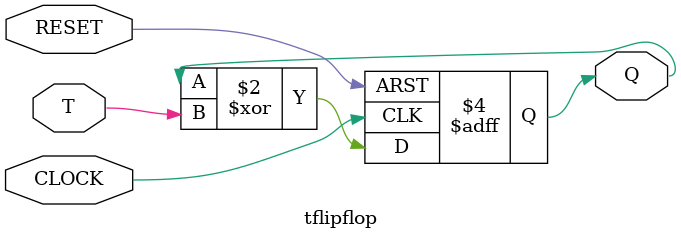
<source format=v>
`timescale 1ns / 1ps


module tflipflop(
    input CLOCK,
    input RESET,
    input T,
    output reg Q
    );

	


	always @(posedge CLOCK or posedge RESET)
	begin
		if(RESET)
			Q <= 0;
		else 
			Q <= Q ^ T;
	
	end

	initial begin
		Q = 0;
	end
endmodule

</source>
